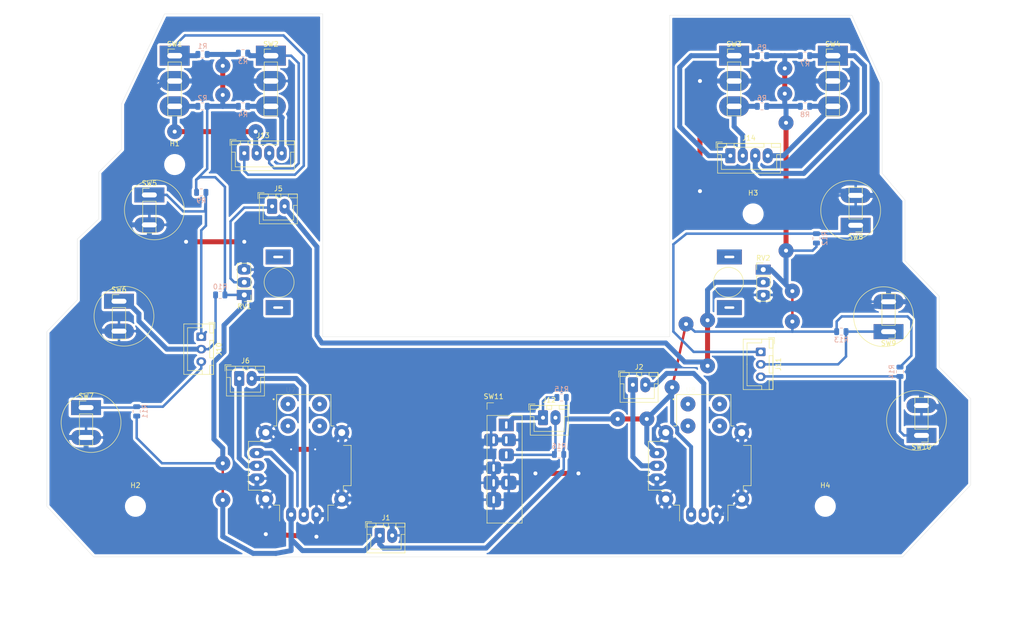
<source format=kicad_pcb>
(kicad_pcb (version 20171130) (host pcbnew 5.1.5)
  (layers (0 F.Cu signal) (31 B.Cu signal) (34 B.Paste user) (35 F.Paste user) (36 B.SilkS user) (37 F.SilkS user) (38 B.Mask user) (39 F.Mask user) (44 Edge.Cuts user))
  (net 0 "")
  (net 1 GND)
  (net 2 +5V)
  (net 3 A6)
  (net 4 "Net-(U7-PadB2A)")
  (net 5 "Net-(U7-PadB1A)")
  (net 6 "Net-(U8-PadB1A)")
  (net 7 "Net-(U8-PadB2A)")
  (net 8 P6)
  (net 9 P7)
  (net 10 "Net-(J2-Pad1)")
  (net 11 "Net-(J2-Pad2)")
  (net 12 "Net-(J6-Pad2)")
  (net 13 "Net-(J6-Pad1)")
  (net 14 "Net-(J10-Pad1)")
  (net 15 "Net-(J10-Pad2)")
  (net 16 "Net-(J10-Pad3)")
  (net 17 "Net-(J11-Pad3)")
  (net 18 "Net-(J11-Pad2)")
  (net 19 "Net-(J11-Pad1)")
  (net 20 "Net-(J13-Pad4)")
  (net 21 "Net-(J13-Pad3)")
  (net 22 "Net-(J13-Pad2)")
  (net 23 "Net-(J13-Pad1)")
  (net 24 "Net-(J14-Pad1)")
  (net 25 "Net-(J14-Pad2)")
  (net 26 "Net-(J14-Pad3)")
  (net 27 "Net-(J14-Pad4)")
  (net 28 A7)
  (module Remote:Switch_1x03_P5.08mm (layer F.Cu) (at 60.452 135.128)
    (fp_text reference SW1 (at 0 -2.33) (layer F.SilkS))
    (fp_text value SW_SPDT_MSM)
    (pad 3 thru_hole oval (at 0 10.16) (size 6 4) (drill oval 3 1.1) (layers *.Cu *.Mask) (net 22 "Net-(J13-Pad2)"))
    (pad 2 thru_hole oval (at 0 5.08) (size 6 4) (drill oval 3 1.1) (layers *.Cu *.Mask) (net 1 GND))
    (pad 1 thru_hole rect (at 0 0) (size 6 4) (drill oval 3 1.1) (layers *.Cu *.Mask) (net 23 "Net-(J13-Pad1)"))
  )
  (module Remote:Switch_1x03_P5.08mm (layer F.Cu) (at 79.756 135.128)
    (fp_text reference SW2 (at 0 -2.33) (layer F.SilkS))
    (fp_text value SW_SPDT_MSM)
    (pad 3 thru_hole oval (at 0 10.16) (size 6 4) (drill oval 3 1.1) (layers *.Cu *.Mask) (net 20 "Net-(J13-Pad4)"))
    (pad 2 thru_hole oval (at 0 5.08) (size 6 4) (drill oval 3 1.1) (layers *.Cu *.Mask) (net 1 GND))
    (pad 1 thru_hole rect (at 0 0) (size 6 4) (drill oval 3 1.1) (layers *.Cu *.Mask) (net 21 "Net-(J13-Pad3)"))
  )
  (module Remote:Switch_1x03_P5.08mm (layer F.Cu) (at 172.72 135.128)
    (fp_text reference SW3 (at 0 -2.33) (layer F.SilkS))
    (fp_text value SW_SPDT_MSM)
    (pad 3 thru_hole oval (at 0 10.16) (size 6 4) (drill oval 3 1.1) (layers *.Cu *.Mask) (net 25 "Net-(J14-Pad2)"))
    (pad 2 thru_hole oval (at 0 5.08) (size 6 4) (drill oval 3 1.1) (layers *.Cu *.Mask) (net 1 GND))
    (pad 1 thru_hole rect (at 0 0) (size 6 4) (drill oval 3 1.1) (layers *.Cu *.Mask) (net 24 "Net-(J14-Pad1)"))
  )
  (module Remote:Switch_1x03_P5.08mm (layer F.Cu) (at 192.532 135.128)
    (fp_text reference SW4 (at 0 -2.33) (layer F.SilkS))
    (fp_text value SW_SPDT_MSM)
    (pad 3 thru_hole oval (at 0 10.16) (size 6 4) (drill oval 3 1.1) (layers *.Cu *.Mask) (net 27 "Net-(J14-Pad4)"))
    (pad 2 thru_hole oval (at 0 5.08) (size 6 4) (drill oval 3 1.1) (layers *.Cu *.Mask) (net 1 GND))
    (pad 1 thru_hole rect (at 0 0) (size 6 4) (drill oval 3 1.1) (layers *.Cu *.Mask) (net 26 "Net-(J14-Pad3)"))
  )
  (module Remote:Switch_1x02_P6mm (layer F.Cu) (at 55.372 163.068)
    (fp_text reference SW5 (at 0 -2.33) (layer F.SilkS))
    (fp_text value SW_Push)
    (pad 2 thru_hole oval (at 0 6) (size 6 3) (drill oval 3 1) (layers *.Cu *.Mask) (net 1 GND))
    (pad 1 thru_hole rect (at 0 0) (size 6 3) (drill oval 3 1) (layers *.Cu *.Mask) (net 14 "Net-(J10-Pad1)"))
  )
  (module Remote:Switch_1x02_P6mm (layer F.Cu) (at 49.276 184.404)
    (fp_text reference SW6 (at 0 -2.33) (layer F.SilkS))
    (fp_text value SW_Push)
    (pad 2 thru_hole oval (at 0 6) (size 6 3) (drill oval 3 1) (layers *.Cu *.Mask) (net 1 GND))
    (pad 1 thru_hole rect (at 0 0) (size 6 3) (drill oval 3 1) (layers *.Cu *.Mask) (net 15 "Net-(J10-Pad2)"))
  )
  (module Remote:Switch_1x02_P6mm (layer F.Cu) (at 42.672 205.74)
    (fp_text reference SW7 (at 0 -2.33) (layer F.SilkS))
    (fp_text value SW_Push)
    (pad 2 thru_hole oval (at 0 6) (size 6 3) (drill oval 3 1) (layers *.Cu *.Mask) (net 1 GND))
    (pad 1 thru_hole rect (at 0 0) (size 6 3) (drill oval 3 1) (layers *.Cu *.Mask) (net 16 "Net-(J10-Pad3)"))
  )
  (module Remote:Switch_1x02_P6mm (layer F.Cu) (at 197.104 169.164 180)
    (fp_text reference SW8 (at 0 -2.33) (layer F.SilkS))
    (fp_text value SW_Push)
    (pad 2 thru_hole oval (at 0 6 180) (size 6 3) (drill oval 3 1) (layers *.Cu *.Mask) (net 1 GND))
    (pad 1 thru_hole rect (at 0 0 180) (size 6 3) (drill oval 3 1) (layers *.Cu *.Mask) (net 19 "Net-(J11-Pad1)"))
  )
  (module Remote:Switch_1x02_P6mm (layer F.Cu) (at 203.708 190.5 180)
    (fp_text reference SW9 (at 0 -2.33) (layer F.SilkS))
    (fp_text value SW_Push)
    (pad 2 thru_hole oval (at 0 6 180) (size 6 3) (drill oval 3 1) (layers *.Cu *.Mask) (net 1 GND))
    (pad 1 thru_hole rect (at 0 0 180) (size 6 3) (drill oval 3 1) (layers *.Cu *.Mask) (net 18 "Net-(J11-Pad2)"))
  )
  (module Remote:Switch_1x02_P6mm (layer F.Cu) (at 210.312 211.328 180)
    (fp_text reference SW10 (at 0 -2.33) (layer F.SilkS))
    (fp_text value SW_Push)
    (pad 2 thru_hole oval (at 0 6 180) (size 6 3) (drill oval 3 1) (layers *.Cu *.Mask) (net 1 GND))
    (pad 1 thru_hole rect (at 0 0 180) (size 6 3) (drill oval 3 1) (layers *.Cu *.Mask) (net 17 "Net-(J11-Pad3)"))
  )
  (module Remote:Switch_2x03_P3mm_Slide (layer F.Cu) (at 124.46 209.23)
    (fp_text reference SW11 (at 0 -5.715) (layer F.SilkS))
    (fp_text value SW_DP3T)
    (pad 8 thru_hole roundrect (at 0 15 90) (size 3 3) (drill oval 1.5 0.5) (layers *.Cu *.Mask) (net 1 GND))
    (pad 5 thru_hole roundrect (at 0 8.605 90) (size 2.5 3) (drill oval 1.5 0.5) (layers *.Cu *.Mask) (net 1 GND))
    (pad 6 thru_hole roundrect (at 0 11.605 90) (size 2.8 3) (drill oval 1.5 0.5 (offset 0 -0.5)) (layers *.Cu *.Mask) (net 1 GND))
    (pad 7 thru_hole roundrect (at 2.54 11.605 90) (size 2.8 3) (drill oval 1.5 0.5 (offset 0 0.5)) (layers *.Cu *.Mask) (net 1 GND))
    (pad 2 thru_hole roundrect (at 2.54 3 90) (size 2.5 2.8) (drill oval 1.5 0.5 (offset 0 0.5)) (layers *.Cu *.Mask) (net 1 GND))
    (pad 3 thru_hole roundrect (at 0 3 90) (size 2.5 2.8) (drill oval 1.5 0.5 (offset 0 -0.5)) (layers *.Cu *.Mask) (net 1 GND))
    (pad 4 thru_hole roundrect (at 2.54 6 90) (size 2.5 3) (drill oval 1.5 0.5) (layers *.Cu *.Mask) (net 9 P7))
    (pad 1 thru_hole rect (at 2.54 0 90) (size 2.5 3) (drill oval 1.5 0.5) (layers *.Cu *.Mask) (net 8 P6))
  )
  (module Resistor_SMD:R_0805_2012Metric (layer B.Cu) (at 66.04 134.874 180)
    (fp_text reference R1 (at 0 1.65) (layer B.SilkS) (effects (justify mirror)))
    (fp_text value 10k)
    (pad 1 smd roundrect (at -0.9375 0 180) (size 0.975 1.4) (layers B.Cu B.Paste B.Mask) (net 2 +5V))
    (pad 2 smd roundrect (at 0.9375 0 180) (size 0.975 1.4) (layers B.Cu B.Paste B.Mask) (net 23 "Net-(J13-Pad1)"))
  )
  (module Resistor_SMD:R_0805_2012Metric (layer B.Cu) (at 66.04 145.288 180)
    (fp_text reference R2 (at 0 1.65) (layer B.SilkS) (effects (justify mirror)))
    (fp_text value 10k)
    (pad 2 smd roundrect (at 0.9375 0 180) (size 0.975 1.4) (layers B.Cu B.Paste B.Mask) (net 22 "Net-(J13-Pad2)"))
    (pad 1 smd roundrect (at -0.9375 0 180) (size 0.975 1.4) (layers B.Cu B.Paste B.Mask) (net 2 +5V))
  )
  (module Resistor_SMD:R_0805_2012Metric (layer B.Cu) (at 74.168 134.62)
    (fp_text reference R3 (at 0 1.65) (layer B.SilkS) (effects (justify mirror)))
    (fp_text value 10k)
    (pad 1 smd roundrect (at -0.9375 0) (size 0.975 1.4) (layers B.Cu B.Paste B.Mask) (net 2 +5V))
    (pad 2 smd roundrect (at 0.9375 0) (size 0.975 1.4) (layers B.Cu B.Paste B.Mask) (net 21 "Net-(J13-Pad3)"))
  )
  (module Resistor_SMD:R_0805_2012Metric (layer B.Cu) (at 74.168 145.288)
    (fp_text reference R4 (at 0 1.65) (layer B.SilkS) (effects (justify mirror)))
    (fp_text value 10k)
    (pad 2 smd roundrect (at 0.9375 0) (size 0.975 1.4) (layers B.Cu B.Paste B.Mask) (net 20 "Net-(J13-Pad4)"))
    (pad 1 smd roundrect (at -0.9375 0) (size 0.975 1.4) (layers B.Cu B.Paste B.Mask) (net 2 +5V))
  )
  (module Resistor_SMD:R_0805_2012Metric (layer B.Cu) (at 178.308 135.128 180)
    (fp_text reference R5 (at 0 1.65) (layer B.SilkS) (effects (justify mirror)))
    (fp_text value 10k)
    (pad 1 smd roundrect (at -0.9375 0 180) (size 0.975 1.4) (layers B.Cu B.Paste B.Mask) (net 2 +5V))
    (pad 2 smd roundrect (at 0.9375 0 180) (size 0.975 1.4) (layers B.Cu B.Paste B.Mask) (net 24 "Net-(J14-Pad1)"))
  )
  (module Resistor_SMD:R_0805_2012Metric (layer B.Cu) (at 178.308 145.288 180)
    (fp_text reference R6 (at 0 1.65) (layer B.SilkS) (effects (justify mirror)))
    (fp_text value 10k)
    (pad 2 smd roundrect (at 0.9375 0 180) (size 0.975 1.4) (layers B.Cu B.Paste B.Mask) (net 25 "Net-(J14-Pad2)"))
    (pad 1 smd roundrect (at -0.9375 0 180) (size 0.975 1.4) (layers B.Cu B.Paste B.Mask) (net 2 +5V))
  )
  (module Resistor_SMD:R_0805_2012Metric (layer B.Cu) (at 186.944 135.128)
    (fp_text reference R7 (at 0 1.65) (layer B.SilkS) (effects (justify mirror)))
    (fp_text value 10k)
    (pad 1 smd roundrect (at -0.9375 0) (size 0.975 1.4) (layers B.Cu B.Paste B.Mask) (net 2 +5V))
    (pad 2 smd roundrect (at 0.9375 0) (size 0.975 1.4) (layers B.Cu B.Paste B.Mask) (net 26 "Net-(J14-Pad3)"))
  )
  (module Resistor_SMD:R_0805_2012Metric (layer B.Cu) (at 186.944 145.288)
    (fp_text reference R8 (at 0 1.65) (layer B.SilkS) (effects (justify mirror)))
    (fp_text value 10k)
    (pad 1 smd roundrect (at -0.9375 0) (size 0.975 1.4) (layers B.Cu B.Paste B.Mask) (net 2 +5V))
    (pad 2 smd roundrect (at 0.9375 0) (size 0.975 1.4) (layers B.Cu B.Paste B.Mask) (net 27 "Net-(J14-Pad4)"))
  )
  (module Resistor_SMD:R_0805_2012Metric (layer B.Cu) (at 65.786 162.56)
    (fp_text reference R9 (at 0 1.65) (layer B.SilkS) (effects (justify mirror)))
    (fp_text value 10K)
    (pad 2 smd roundrect (at 0.9375 0) (size 0.975 1.4) (layers B.Cu B.Paste B.Mask) (net 14 "Net-(J10-Pad1)"))
    (pad 1 smd roundrect (at -0.9375 0) (size 0.975 1.4) (layers B.Cu B.Paste B.Mask) (net 2 +5V))
  )
  (module Resistor_SMD:R_0805_2012Metric (layer B.Cu) (at 69.596 183.134 180)
    (fp_text reference R10 (at 0 1.65) (layer B.SilkS) (effects (justify mirror)))
    (fp_text value 10K)
    (pad 2 smd roundrect (at 0.9375 0 180) (size 0.975 1.4) (layers B.Cu B.Paste B.Mask) (net 15 "Net-(J10-Pad2)"))
    (pad 1 smd roundrect (at -0.9375 0 180) (size 0.975 1.4) (layers B.Cu B.Paste B.Mask) (net 2 +5V))
  )
  (module Resistor_SMD:R_0805_2012Metric (layer B.Cu) (at 52.832 206.502 90)
    (fp_text reference R11 (at 0 1.65 90) (layer B.SilkS) (effects (justify mirror)))
    (fp_text value 10K)
    (pad 2 smd roundrect (at 0.9375 0 90) (size 0.975 1.4) (layers B.Cu B.Paste B.Mask) (net 16 "Net-(J10-Pad3)"))
    (pad 1 smd roundrect (at -0.9375 0 90) (size 0.975 1.4) (layers B.Cu B.Paste B.Mask) (net 2 +5V))
  )
  (module Resistor_SMD:R_0805_2012Metric (layer B.Cu) (at 189.23 171.7825 90)
    (fp_text reference R12 (at 0 1.65 90) (layer B.SilkS) (effects (justify mirror)))
    (fp_text value 10K)
    (pad 1 smd roundrect (at -0.9375 0 90) (size 0.975 1.4) (layers B.Cu B.Paste B.Mask) (net 2 +5V))
    (pad 2 smd roundrect (at 0.9375 0 90) (size 0.975 1.4) (layers B.Cu B.Paste B.Mask) (net 19 "Net-(J11-Pad1)"))
  )
  (module MountingHole:MountingHole_3.2mm_M3 (layer F.Cu) (at 60.452 156.972)
    (fp_text reference H1 (at 0 -4.2) (layer F.SilkS))
    (fp_text value MountingHole)
    (pad 1 np_thru_hole circle (at 0 0) (size 3.2 3.2) (drill 3.2) (layers *.Cu *.Mask))
  )
  (module MountingHole:MountingHole_3.2mm_M3 (layer F.Cu) (at 52.578 225.552)
    (fp_text reference H2 (at 0 -4.2) (layer F.SilkS))
    (fp_text value MountingHole)
    (pad 1 np_thru_hole circle (at 0 0) (size 3.2 3.2) (drill 3.2) (layers *.Cu *.Mask))
  )
  (module MountingHole:MountingHole_3.2mm_M3 (layer F.Cu) (at 176.53 166.878)
    (fp_text reference H3 (at 0 -4.2) (layer F.SilkS))
    (fp_text value MountingHole)
    (pad 1 np_thru_hole circle (at 0 0) (size 3.2 3.2) (drill 3.2) (layers *.Cu *.Mask))
  )
  (module MountingHole:MountingHole_3.2mm_M3 (layer F.Cu) (at 191.008 225.552)
    (fp_text reference H4 (at 0 -4.2) (layer F.SilkS))
    (fp_text value MountingHole)
    (pad 1 np_thru_hole circle (at 0 0) (size 3.2 3.2) (drill 3.2) (layers *.Cu *.Mask))
  )
  (module Resistor_SMD:R_0805_2012Metric (layer B.Cu) (at 194.2315 190.5)
    (fp_text reference R13 (at 0 1.65) (layer B.SilkS) (effects (justify mirror)))
    (fp_text value 10k)
    (pad 2 smd roundrect (at 0.9375 0) (size 0.975 1.4) (layers B.Cu B.Paste B.Mask) (net 18 "Net-(J11-Pad2)"))
    (pad 1 smd roundrect (at -0.9375 0) (size 0.975 1.4) (layers B.Cu B.Paste B.Mask) (net 2 +5V))
  )
  (module Resistor_SMD:R_0805_2012Metric (layer B.Cu) (at 205.994 198.5495 270)
    (fp_text reference R14 (at 0 1.65 90) (layer B.SilkS) (effects (justify mirror)))
    (fp_text value 10k)
    (pad 1 smd roundrect (at -0.9375 0 270) (size 0.975 1.4) (layers B.Cu B.Paste B.Mask) (net 2 +5V))
    (pad 2 smd roundrect (at 0.9375 0 270) (size 0.975 1.4) (layers B.Cu B.Paste B.Mask) (net 17 "Net-(J11-Pad3)"))
  )
  (module Resistor_SMD:R_0805_2012Metric (layer B.Cu) (at 138.0975 203.708 180)
    (fp_text reference R15 (at 0 1.65) (layer B.SilkS) (effects (justify mirror)))
    (fp_text value 10k)
    (pad 2 smd roundrect (at 0.9375 0 180) (size 0.975 1.4) (layers B.Cu B.Paste B.Mask) (net 8 P6))
    (pad 1 smd roundrect (at -0.9375 0 180) (size 0.975 1.4) (layers B.Cu B.Paste B.Mask) (net 2 +5V))
  )
  (module Resistor_SMD:R_0805_2012Metric (layer B.Cu) (at 137.5895 215.138 180)
    (fp_text reference R16 (at 0 1.65) (layer B.SilkS) (effects (justify mirror)))
    (fp_text value 10k)
    (pad 1 smd roundrect (at -0.9375 0 180) (size 0.975 1.4) (layers B.Cu B.Paste B.Mask) (net 2 +5V))
    (pad 2 smd roundrect (at 0.9375 0 180) (size 0.975 1.4) (layers B.Cu B.Paste B.Mask) (net 9 P7))
  )
  (module Milling:JST_XH_B02B-XH-A_1x02_P2.50mm_Vertical_Milling (layer F.Cu) (at 152.4 201.168)
    (fp_text reference J2 (at 1.25 -3.55) (layer F.SilkS))
    (fp_text value Conn_01x02)
    (pad 2 thru_hole oval (at 2.5 0) (size 2 3) (drill 0.8) (layers *.Cu *.Mask) (net 11 "Net-(J2-Pad2)"))
    (pad 1 thru_hole roundrect (at 0 0) (size 2 3) (drill 0.8) (layers *.Cu *.Mask) (roundrect_rratio 0.147) (net 10 "Net-(J2-Pad1)"))
  )
  (module Milling:JST_XH_B02B-XH-A_1x02_P2.50mm_Vertical_Milling (layer F.Cu) (at 73.406 199.898)
    (fp_text reference J6 (at 1.25 -3.55) (layer F.SilkS))
    (fp_text value Conn_01x02)
    (pad 1 thru_hole roundrect (at 0 0) (size 2 3) (drill 0.8) (layers *.Cu *.Mask) (roundrect_rratio 0.147) (net 13 "Net-(J6-Pad1)"))
    (pad 2 thru_hole oval (at 2.5 0) (size 2 3) (drill 0.8) (layers *.Cu *.Mask) (net 12 "Net-(J6-Pad2)"))
  )
  (module Milling:JST_XH_B03B-XH-A_1x03_P2.50mm_Vertical_Milling (layer F.Cu) (at 65.786 191.516 270)
    (fp_text reference J10 (at 2.5 -3.55 90) (layer F.SilkS))
    (fp_text value Conn_01x03)
    (pad 3 thru_hole oval (at 5 0 270) (size 1.7 1.95) (drill 0.95) (layers *.Cu *.Mask) (net 16 "Net-(J10-Pad3)"))
    (pad 2 thru_hole oval (at 2.5 0 270) (size 1.7 1.95) (drill 0.95) (layers *.Cu *.Mask) (net 15 "Net-(J10-Pad2)"))
    (pad 1 thru_hole roundrect (at 0 0 270) (size 1.7 1.95) (drill 0.95) (layers *.Cu *.Mask) (roundrect_rratio 0.147059) (net 14 "Net-(J10-Pad1)"))
  )
  (module Milling:JST_XH_B03B-XH-A_1x03_P2.50mm_Vertical_Milling (layer F.Cu) (at 178.054 194.564 270)
    (fp_text reference J11 (at 2.5 -3.55 90) (layer F.SilkS))
    (fp_text value Conn_01x03)
    (pad 1 thru_hole roundrect (at 0 0 270) (size 1.7 1.95) (drill 0.95) (layers *.Cu *.Mask) (roundrect_rratio 0.147059) (net 19 "Net-(J11-Pad1)"))
    (pad 2 thru_hole oval (at 2.5 0 270) (size 1.7 1.95) (drill 0.95) (layers *.Cu *.Mask) (net 18 "Net-(J11-Pad2)"))
    (pad 3 thru_hole oval (at 5 0 270) (size 1.7 1.95) (drill 0.95) (layers *.Cu *.Mask) (net 17 "Net-(J11-Pad3)"))
  )
  (module Milling:JST_XH_B02B-XH-A_1x02_P2.50mm_Vertical_Milling (layer F.Cu) (at 134.366 207.772)
    (fp_text reference J12 (at 1.25 -3.55) (layer F.SilkS))
    (fp_text value Conn_01x02)
    (pad 1 thru_hole roundrect (at 0 0) (size 2 3) (drill 0.8) (layers *.Cu *.Mask) (roundrect_rratio 0.147) (net 8 P6))
    (pad 2 thru_hole oval (at 2.5 0) (size 2 3) (drill 0.8) (layers *.Cu *.Mask) (net 9 P7))
  )
  (module Milling:JST_XH_B04B-XH-A_1x04_P2.50mm_Vertical_Milling (layer F.Cu) (at 74.422 154.686)
    (fp_text reference J13 (at 3.75 -3.55) (layer F.SilkS))
    (fp_text value Conn_01x04)
    (pad 1 thru_hole roundrect (at 0 0) (size 2 3) (drill 0.8) (layers *.Cu *.Mask) (roundrect_rratio 0.147) (net 23 "Net-(J13-Pad1)"))
    (pad 2 thru_hole oval (at 2.5 0) (size 2 3) (drill 0.8) (layers *.Cu *.Mask) (net 22 "Net-(J13-Pad2)"))
    (pad 3 thru_hole oval (at 5 0) (size 2 3) (drill 0.8) (layers *.Cu *.Mask) (net 21 "Net-(J13-Pad3)"))
    (pad 4 thru_hole oval (at 7.5 0) (size 2 3) (drill 0.8) (layers *.Cu *.Mask) (net 20 "Net-(J13-Pad4)"))
  )
  (module Milling:JST_XH_B04B-XH-A_1x04_P2.50mm_Vertical_Milling (layer F.Cu) (at 171.958 155.194)
    (fp_text reference J14 (at 3.75 -3.55) (layer F.SilkS))
    (fp_text value Conn_01x04)
    (pad 4 thru_hole oval (at 7.5 0) (size 2 3) (drill 0.8) (layers *.Cu *.Mask) (net 27 "Net-(J14-Pad4)"))
    (pad 3 thru_hole oval (at 5 0) (size 2 3) (drill 0.8) (layers *.Cu *.Mask) (net 26 "Net-(J14-Pad3)"))
    (pad 2 thru_hole oval (at 2.5 0) (size 2 3) (drill 0.8) (layers *.Cu *.Mask) (net 25 "Net-(J14-Pad2)"))
    (pad 1 thru_hole roundrect (at 0 0) (size 2 3) (drill 0.8) (layers *.Cu *.Mask) (roundrect_rratio 0.147) (net 24 "Net-(J14-Pad1)"))
  )
  (module Remote:Potentiometer_6mm_axis_square (layer F.Cu) (at 74.422 183.134 180)
    (fp_text reference RV1 (at 0 -2.33) (layer F.SilkS))
    (fp_text value POT)
    (pad "" np_thru_hole rect (at -6.8 7.62 180) (size 5 3) (drill oval 2 0.5) (layers *.Cu *.Mask))
    (pad "" np_thru_hole rect (at -6.8 -2.54 180) (size 5 3) (drill oval 2 0.5) (layers *.Cu *.Mask))
    (pad 3 thru_hole oval (at 0 5.08 180) (size 3 2) (drill 1) (layers *.Cu *.Mask) (net 1 GND))
    (pad 2 thru_hole oval (at 0 2.54 180) (size 3 2) (drill 1) (layers *.Cu *.Mask) (net 28 A7))
    (pad 1 thru_hole rect (at 0 0 180) (size 3 2) (drill 1) (layers *.Cu *.Mask) (net 2 +5V))
  )
  (module Remote:Potentiometer_6mm_axis_square (layer F.Cu) (at 178.562 178.054)
    (fp_text reference RV2 (at 0 -2.33) (layer F.SilkS))
    (fp_text value POT)
    (pad 1 thru_hole rect (at 0 0) (size 3 2) (drill 1) (layers *.Cu *.Mask) (net 2 +5V))
    (pad 2 thru_hole oval (at 0 2.54) (size 3 2) (drill 1) (layers *.Cu *.Mask) (net 3 A6))
    (pad 3 thru_hole oval (at 0 5.08) (size 3 2) (drill 1) (layers *.Cu *.Mask) (net 1 GND))
    (pad "" np_thru_hole rect (at -6.8 -2.54) (size 5 3) (drill oval 2 0.5) (layers *.Cu *.Mask))
    (pad "" np_thru_hole rect (at -6.8 7.62) (size 5 3) (drill oval 2 0.5) (layers *.Cu *.Mask))
  )
  (module Milling:JST_XH_B02B-XH-A_1x02_P2.50mm_Vertical_Milling (layer F.Cu) (at 101.6 231.394)
    (fp_text reference J1 (at 1.25 -3.55) (layer F.SilkS))
    (fp_text value Conn_01x02)
    (pad 2 thru_hole oval (at 2.5 0) (size 2 3) (drill 0.8) (layers *.Cu *.Mask) (net 1 GND))
    (pad 1 thru_hole roundrect (at 0 0) (size 2 3) (drill 0.8) (layers *.Cu *.Mask) (roundrect_rratio 0.147) (net 2 +5V))
  )
  (module Milling:JST_XH_B02B-XH-A_1x02_P2.50mm_Vertical_Milling (layer F.Cu) (at 80.01 165.354)
    (fp_text reference J5 (at 1.25 -3.55) (layer F.SilkS))
    (fp_text value Conn_01x02)
    (pad 1 thru_hole roundrect (at 0 0) (size 2 3) (drill 0.8) (layers *.Cu *.Mask) (roundrect_rratio 0.147) (net 28 A7))
    (pad 2 thru_hole oval (at 2.5 0) (size 2 3) (drill 0.8) (layers *.Cu *.Mask) (net 3 A6))
  )
  (module Remote:AnalogJoystick_ALPS_10k (layer F.Cu) (at 86.36 217.424)
    (fp_text reference U7 (at -2.625 -15.235) (layer F.SilkS) (effects (font (thickness 0.015))))
    (fp_text value COM-09032)
    (pad V3 thru_hole oval (at -9.4 2.54) (size 3 2) (drill 0.9) (layers *.Cu *.Mask) (net 1 GND))
    (pad V2 thru_hole oval (at -9.4 0) (size 3 2) (drill 0.9) (layers *.Cu *.Mask) (net 13 "Net-(J6-Pad1)"))
    (pad V1 thru_hole oval (at -9.4 -2.54) (size 3 2) (drill 0.9) (layers *.Cu *.Mask) (net 2 +5V))
    (pad S4 thru_hole circle (at 7.62 -6.6675) (size 3 3) (drill 1.4) (layers *.Cu *.Mask) (net 1 GND))
    (pad S3 thru_hole circle (at 7.62 6.6675) (size 3 3) (drill 1.4) (layers *.Cu *.Mask) (net 1 GND))
    (pad S2 thru_hole circle (at -7.62 6.6675) (size 3 3) (drill 1.4) (layers *.Cu *.Mask) (net 1 GND))
    (pad S1 thru_hole circle (at -7.62 -6.6675) (size 3 3) (drill 1.4) (layers *.Cu *.Mask) (net 1 GND))
    (pad H3 thru_hole oval (at 2.54 9.8) (size 2 3) (drill 0.9) (layers *.Cu *.Mask) (net 1 GND))
    (pad H2 thru_hole oval (at 0 9.8) (size 2 3) (drill 0.9) (layers *.Cu *.Mask) (net 12 "Net-(J6-Pad2)"))
    (pad H1 thru_hole oval (at -2.54 9.8) (size 2 3) (drill 0.9) (layers *.Cu *.Mask) (net 2 +5V))
    (pad B2B thru_hole circle (at 3.175 -8) (size 3 3) (drill 0.8) (layers *.Cu *.Mask))
    (pad B2A thru_hole circle (at -3.175 -8) (size 3 3) (drill 0.8) (layers *.Cu *.Mask) (net 4 "Net-(U7-PadB2A)"))
    (pad B1B thru_hole circle (at 3.175 -12.4) (size 3 3) (drill 0.8) (layers *.Cu *.Mask))
    (pad B1A thru_hole circle (at -3.175 -12.4) (size 3 3) (drill 0.8) (layers *.Cu *.Mask) (net 5 "Net-(U7-PadB1A)"))
  )
  (module Remote:AnalogJoystick_ALPS_10k (layer F.Cu) (at 166.624 217.424)
    (fp_text reference U8 (at -2.625 -15.235) (layer F.SilkS) (effects (font (thickness 0.015))))
    (fp_text value COM-09032)
    (pad B1A thru_hole circle (at -3.175 -12.4) (size 3 3) (drill 0.8) (layers *.Cu *.Mask) (net 6 "Net-(U8-PadB1A)"))
    (pad B1B thru_hole circle (at 3.175 -12.4) (size 3 3) (drill 0.8) (layers *.Cu *.Mask))
    (pad B2A thru_hole circle (at -3.175 -8) (size 3 3) (drill 0.8) (layers *.Cu *.Mask) (net 7 "Net-(U8-PadB2A)"))
    (pad B2B thru_hole circle (at 3.175 -8) (size 3 3) (drill 0.8) (layers *.Cu *.Mask))
    (pad H1 thru_hole oval (at -2.54 9.8) (size 2 3) (drill 0.9) (layers *.Cu *.Mask) (net 2 +5V))
    (pad H2 thru_hole oval (at 0 9.8) (size 2 3) (drill 0.9) (layers *.Cu *.Mask) (net 11 "Net-(J2-Pad2)"))
    (pad H3 thru_hole oval (at 2.54 9.8) (size 2 3) (drill 0.9) (layers *.Cu *.Mask) (net 1 GND))
    (pad S1 thru_hole circle (at -7.62 -6.6675) (size 3 3) (drill 1.4) (layers *.Cu *.Mask) (net 1 GND))
    (pad S2 thru_hole circle (at -7.62 6.6675) (size 3 3) (drill 1.4) (layers *.Cu *.Mask) (net 1 GND))
    (pad S3 thru_hole circle (at 7.62 6.6675) (size 3 3) (drill 1.4) (layers *.Cu *.Mask) (net 1 GND))
    (pad S4 thru_hole circle (at 7.62 -6.6675) (size 3 3) (drill 1.4) (layers *.Cu *.Mask) (net 1 GND))
    (pad V1 thru_hole oval (at -9.4 -2.54) (size 3 2) (drill 0.9) (layers *.Cu *.Mask) (net 2 +5V))
    (pad V2 thru_hole oval (at -9.4 0) (size 3 2) (drill 0.9) (layers *.Cu *.Mask) (net 10 "Net-(J2-Pad1)"))
    (pad V3 thru_hole oval (at -9.4 2.54) (size 3 2) (drill 0.9) (layers *.Cu *.Mask) (net 1 GND))
  )
  (gr_line (start 159.766 191.516) (end 159.766 127) (layer Edge.Cuts) (width 0.05))
  (gr_line (start 90.17 191.516) (end 159.766 191.516) (layer Edge.Cuts) (width 0.05))
  (gr_line (start 90.17 126.746) (end 90.17 191.516) (layer Edge.Cuts) (width 0.05))
  (gr_line (start 58.42 126.746) (end 90.17 126.746) (layer Edge.Cuts) (width 0.05))
  (gr_line (start 49.784 144.78) (end 58.42 126.746) (layer Edge.Cuts) (width 0.05))
  (gr_line (start 49.784 153.924) (end 49.784 144.78) (layer Edge.Cuts) (width 0.05))
  (gr_line (start 45.212 158.496) (end 49.784 153.924) (layer Edge.Cuts) (width 0.05))
  (gr_line (start 45.212 167.894) (end 45.212 158.496) (layer Edge.Cuts) (width 0.05))
  (gr_line (start 40.894 171.958) (end 45.212 167.894) (layer Edge.Cuts) (width 0.05))
  (gr_line (start 40.894 184.15) (end 40.894 171.958) (layer Edge.Cuts) (width 0.05))
  (gr_line (start 34.798 190.5) (end 40.894 184.15) (layer Edge.Cuts) (width 0.05))
  (gr_line (start 34.798 225.552) (end 34.798 190.5) (layer Edge.Cuts) (width 0.05))
  (gr_line (start 44.196 235.712) (end 34.798 225.552) (layer Edge.Cuts) (width 0.05))
  (gr_line (start 206.502 235.712) (end 44.196 235.712) (layer Edge.Cuts) (width 0.05))
  (gr_line (start 220.218 221.234) (end 206.502 235.712) (layer Edge.Cuts) (width 0.05))
  (gr_line (start 220.218 203.962) (end 220.218 221.234) (layer Edge.Cuts) (width 0.05))
  (gr_line (start 213.868 197.612) (end 220.218 203.962) (layer Edge.Cuts) (width 0.05))
  (gr_line (start 213.868 183.388) (end 213.868 197.612) (layer Edge.Cuts) (width 0.05))
  (gr_line (start 207.01 176.276) (end 213.868 183.388) (layer Edge.Cuts) (width 0.05))
  (gr_line (start 207.01 164.084) (end 207.01 176.276) (layer Edge.Cuts) (width 0.05))
  (gr_line (start 202.438 158.75) (end 207.01 164.084) (layer Edge.Cuts) (width 0.05))
  (gr_line (start 202.438 140.462) (end 202.438 158.75) (layer Edge.Cuts) (width 0.05))
  (gr_line (start 196.342 127) (end 202.438 140.462) (layer Edge.Cuts) (width 0.05))
  (gr_line (start 159.766 127) (end 196.342 127) (layer Edge.Cuts) (width 0.05))
  (segment (start 45.276 190.404) (end 43.688 188.816) (width 1) (layer B.Cu) (net 1))
  (segment (start 49.276 190.404) (end 45.276 190.404) (width 1) (layer B.Cu) (net 1))
  (segment (start 43.688 188.816) (end 43.688 173.228) (width 1) (layer B.Cu) (net 1))
  (segment (start 47.848 169.068) (end 55.372 169.068) (width 1) (layer B.Cu) (net 1))
  (segment (start 43.688 173.228) (end 47.848 169.068) (width 1) (layer B.Cu) (net 1))
  (segment (start 74.942765 219.964) (end 76.2 219.964) (width 1) (layer B.Cu) (net 1))
  (segment (start 48.396 219.964) (end 74.942765 219.964) (width 1) (layer B.Cu) (net 1))
  (segment (start 42.672 214.24) (end 48.396 219.964) (width 1) (layer B.Cu) (net 1))
  (segment (start 42.672 211.74) (end 42.672 214.24) (width 1) (layer B.Cu) (net 1))
  (segment (start 93.98 224.0915) (end 93.98 210.7565) (width 1) (layer B.Cu) (net 1))
  (segment (start 210.312 202.828) (end 210.312 205.328) (width 1) (layer B.Cu) (net 1))
  (segment (start 207.708 184.5) (end 210.312 187.104) (width 1) (layer B.Cu) (net 1))
  (segment (start 210.312 187.104) (end 210.312 202.828) (width 1) (layer B.Cu) (net 1))
  (segment (start 203.708 184.5) (end 207.708 184.5) (width 1) (layer B.Cu) (net 1))
  (segment (start 203.708 165.768) (end 203.708 182) (width 1) (layer B.Cu) (net 1))
  (segment (start 201.104 163.164) (end 203.708 165.768) (width 1) (layer B.Cu) (net 1))
  (segment (start 203.708 182) (end 203.708 184.5) (width 1) (layer B.Cu) (net 1))
  (segment (start 197.104 163.164) (end 201.104 163.164) (width 1) (layer B.Cu) (net 1))
  (segment (start 172.6565 224.0915) (end 169.164 227.584) (width 1) (layer B.Cu) (net 1))
  (segment (start 174.244 224.0915) (end 172.6565 224.0915) (width 1) (layer B.Cu) (net 1))
  (segment (start 174.244 224.0915) (end 174.244 210.7565) (width 1) (layer B.Cu) (net 1))
  (segment (start 169.164 230.632) (end 169.164 227.584) (width 1) (layer B.Cu) (net 1))
  (segment (start 168.402 231.394) (end 169.164 230.632) (width 1) (layer B.Cu) (net 1))
  (segment (start 160.782 231.394) (end 168.402 231.394) (width 1) (layer B.Cu) (net 1))
  (segment (start 159.004 224.0915) (end 159.004 229.616) (width 1) (layer B.Cu) (net 1))
  (segment (start 159.004 229.616) (end 160.782 231.394) (width 1) (layer B.Cu) (net 1))
  (segment (start 60.452 140.208) (end 79.756 140.208) (width 1) (layer B.Cu) (net 1))
  (segment (start 192.532 140.208) (end 172.72 140.208) (width 1) (layer B.Cu) (net 1))
  (via (at 165.862 140.208) (size 3) (drill 0.8) (layers F.Cu B.Cu) (net 1))
  (segment (start 172.72 140.208) (end 165.862 140.208) (width 1) (layer B.Cu) (net 1))
  (via (at 165.862 162.306) (size 3) (drill 0.8) (layers F.Cu B.Cu) (net 1))
  (segment (start 165.862 140.208) (end 165.862 162.306) (width 1) (layer F.Cu) (net 1))
  (segment (start 196.246 162.306) (end 197.104 163.164) (width 1) (layer B.Cu) (net 1))
  (segment (start 165.862 162.306) (end 196.246 162.306) (width 1) (layer B.Cu) (net 1))
  (segment (start 160.02 211.7725) (end 159.004 210.7565) (width 1) (layer B.Cu) (net 1))
  (segment (start 160.02 218.948) (end 160.02 211.7725) (width 1) (layer B.Cu) (net 1))
  (segment (start 156.464 219.964) (end 159.004 219.964) (width 1) (layer B.Cu) (net 1))
  (segment (start 159.004 219.964) (end 160.02 218.948) (width 1) (layer B.Cu) (net 1))
  (segment (start 178.562 185.134) (end 178.562 183.134) (width 1) (layer B.Cu) (net 1))
  (segment (start 202.788 185.42) (end 178.848 185.42) (width 1) (layer B.Cu) (net 1))
  (segment (start 178.848 185.42) (end 178.562 185.134) (width 1) (layer B.Cu) (net 1))
  (segment (start 203.708 184.5) (end 202.788 185.42) (width 1) (layer B.Cu) (net 1))
  (segment (start 58.33068 140.208) (end 52.832 145.70668) (width 1) (layer B.Cu) (net 1))
  (segment (start 60.452 140.208) (end 58.33068 140.208) (width 1) (layer B.Cu) (net 1))
  (segment (start 52.832 145.70668) (end 52.832 154.686) (width 1) (layer B.Cu) (net 1))
  (segment (start 47.848 159.67) (end 47.848 169.068) (width 1) (layer B.Cu) (net 1))
  (segment (start 52.832 154.686) (end 47.848 159.67) (width 1) (layer B.Cu) (net 1))
  (via (at 74.422 172.466) (size 3) (drill 0.8) (layers F.Cu B.Cu) (net 1))
  (segment (start 74.422 178.054) (end 74.422 172.466) (width 1) (layer B.Cu) (net 1))
  (via (at 62.738 172.466) (size 3) (drill 0.8) (layers F.Cu B.Cu) (net 1))
  (segment (start 74.422 172.466) (end 62.738 172.466) (width 1) (layer F.Cu) (net 1))
  (segment (start 55.372 171.568) (end 55.372 169.068) (width 1) (layer B.Cu) (net 1))
  (segment (start 56.27 172.466) (end 55.372 171.568) (width 1) (layer B.Cu) (net 1))
  (segment (start 62.738 172.466) (end 56.27 172.466) (width 1) (layer B.Cu) (net 1))
  (via (at 83.82 214.122) (size 0.8) (drill 0.4) (layers F.Cu B.Cu) (net 1))
  (segment (start 78.74 210.7565) (end 80.4545 210.7565) (width 1) (layer B.Cu) (net 1))
  (segment (start 80.4545 210.7565) (end 83.82 214.122) (width 1) (layer B.Cu) (net 1))
  (via (at 88.646 214.122) (size 0.8) (drill 0.4) (layers F.Cu B.Cu) (net 1))
  (segment (start 83.82 214.122) (end 88.646 214.122) (width 1) (layer F.Cu) (net 1))
  (segment (start 90.6145 214.122) (end 93.98 210.7565) (width 1) (layer B.Cu) (net 1))
  (segment (start 88.646 214.122) (end 90.6145 214.122) (width 1) (layer B.Cu) (net 1))
  (segment (start 124.46 212.23) (end 127 212.23) (width 1) (layer B.Cu) (net 1))
  (segment (start 124.46 217.835) (end 124.46 220.835) (width 1) (layer B.Cu) (net 1))
  (segment (start 124.46 220.835) (end 127 220.835) (width 1) (layer B.Cu) (net 1))
  (segment (start 124.46 220.835) (end 124.46 224.23) (width 1) (layer B.Cu) (net 1))
  (segment (start 121.92 217.795) (end 121.96 217.835) (width 1) (layer B.Cu) (net 1))
  (segment (start 124.46 212.23) (end 123.045787 212.23) (width 1) (layer B.Cu) (net 1))
  (segment (start 123.045787 212.23) (end 122.936 212.339787) (width 1) (layer B.Cu) (net 1))
  (segment (start 122.936 212.339787) (end 122.936 212.344) (width 1) (layer B.Cu) (net 1))
  (segment (start 122.936 212.344) (end 121.92 213.36) (width 1) (layer B.Cu) (net 1))
  (segment (start 121.96 217.835) (end 124.46 217.835) (width 1) (layer B.Cu) (net 1))
  (segment (start 121.92 213.36) (end 121.92 217.795) (width 1) (layer B.Cu) (net 1))
  (via (at 132.842 218.948) (size 3) (drill 0.8) (layers F.Cu B.Cu) (net 1))
  (segment (start 127 220.835) (end 130.955 220.835) (width 1) (layer B.Cu) (net 1))
  (segment (start 130.955 220.835) (end 132.842 218.948) (width 1) (layer B.Cu) (net 1))
  (via (at 141.478 218.948) (size 3) (drill 0.8) (layers F.Cu B.Cu) (net 1))
  (segment (start 132.842 218.948) (end 141.478 218.948) (width 1) (layer F.Cu) (net 1))
  (segment (start 141.478 218.948) (end 149.606 218.948) (width 1) (layer B.Cu) (net 1))
  (segment (start 150.622 219.964) (end 156.464 219.964) (width 1) (layer B.Cu) (net 1))
  (segment (start 149.606 218.948) (end 150.622 219.964) (width 1) (layer B.Cu) (net 1))
  (segment (start 78.74 231.14) (end 78.74 224.0915) (width 1) (layer B.Cu) (net 1))
  (via (at 78.74 231.14) (size 3) (drill 0.8) (layers F.Cu B.Cu) (net 1))
  (segment (start 38.1 197.866) (end 38.45 190.404) (width 1) (layer B.Cu) (net 1))
  (segment (start 38.1 207.524454) (end 38.1 197.866) (width 1) (layer B.Cu) (net 1))
  (segment (start 42.672 211.74) (end 38.672 211.74) (width 1) (layer B.Cu) (net 1))
  (segment (start 38.45 190.404) (end 49.276 190.404) (width 1) (layer B.Cu) (net 1))
  (segment (start 38.672 211.74) (end 38.1 207.524454) (width 1) (layer B.Cu) (net 1))
  (segment (start 210.312 205.328) (end 210.408 205.328) (width 1) (layer B.Cu) (net 1))
  (segment (start 210.408 205.328) (end 210.566 205.486) (width 1) (layer B.Cu) (net 1))
  (segment (start 210.566 205.486) (end 213.36 205.486) (width 1) (layer B.Cu) (net 1))
  (segment (start 213.36 205.486) (end 215.646 207.772) (width 1) (layer B.Cu) (net 1))
  (segment (start 215.646 207.772) (end 215.646 213.106) (width 1) (layer B.Cu) (net 1))
  (segment (start 215.646 213.106) (end 213.106 215.646) (width 1) (layer B.Cu) (net 1))
  (segment (start 213.106 215.646) (end 204.724 215.646) (width 1) (layer B.Cu) (net 1))
  (segment (start 204.724 215.646) (end 200.406 211.328) (width 1) (layer B.Cu) (net 1))
  (segment (start 200.406 211.328) (end 200.406 207.518) (width 1) (layer B.Cu) (net 1))
  (segment (start 200.406 207.518) (end 197.612 204.724) (width 1) (layer B.Cu) (net 1))
  (segment (start 180.2765 204.724) (end 174.244 210.7565) (width 1) (layer B.Cu) (net 1))
  (segment (start 197.612 204.724) (end 180.2765 204.724) (width 1) (layer B.Cu) (net 1))
  (via (at 88.9 231.648) (size 3) (drill 0.8) (layers F.Cu B.Cu) (net 1))
  (segment (start 88.9 227.584) (end 88.9 231.648) (width 1) (layer B.Cu) (net 1))
  (segment (start 88.9 231.648) (end 78.74 231.14) (width 1) (layer F.Cu) (net 1))
  (segment (start 93.98 224.0915) (end 102.1715 224.0915) (width 1) (layer B.Cu) (net 1))
  (segment (start 104.1 226.02) (end 104.1 231.394) (width 1) (layer B.Cu) (net 1))
  (segment (start 102.1715 224.0915) (end 104.1 226.02) (width 1) (layer B.Cu) (net 1))
  (segment (start 112.285 217.835) (end 104.1 226.02) (width 1) (layer B.Cu) (net 1))
  (segment (start 124.46 217.835) (end 112.285 217.835) (width 1) (layer B.Cu) (net 1))
  (segment (start 157.224 222.3115) (end 159.004 224.0915) (width 1) (layer B.Cu) (net 1))
  (segment (start 157.224 219.964) (end 157.224 222.3115) (width 1) (layer B.Cu) (net 1))
  (segment (start 76.96 222.3115) (end 78.74 224.0915) (width 1) (layer B.Cu) (net 1))
  (segment (start 76.96 219.964) (end 76.96 222.3115) (width 1) (layer B.Cu) (net 1))
  (segment (start 90.8475 227.224) (end 93.98 224.0915) (width 1) (layer B.Cu) (net 1))
  (segment (start 88.9 227.224) (end 90.8475 227.224) (width 1) (layer B.Cu) (net 1))
  (segment (start 179.2455 135.128) (end 182.118 135.128) (width 1) (layer B.Cu) (net 2))
  (segment (start 193.294 188.468) (end 194.31 187.452) (width 0.5) (layer B.Cu) (net 2))
  (segment (start 207.518 187.452) (end 208.28 188.214) (width 0.5) (layer B.Cu) (net 2))
  (segment (start 208.28 195.326) (end 205.994 197.612) (width 0.5) (layer B.Cu) (net 2))
  (segment (start 193.294 190.5) (end 193.294 188.468) (width 0.5) (layer B.Cu) (net 2))
  (segment (start 194.31 187.452) (end 207.518 187.452) (width 0.5) (layer B.Cu) (net 2))
  (segment (start 208.28 188.214) (end 208.28 195.326) (width 0.5) (layer B.Cu) (net 2))
  (via (at 160.274 201.676) (size 3) (drill 0.8) (layers F.Cu B.Cu) (net 2))
  (segment (start 159.766 202.184) (end 160.274 201.676) (width 0.5) (layer B.Cu) (net 2))
  (via (at 184.404 182.372) (size 3) (drill 0.8) (layers F.Cu B.Cu) (net 2))
  (segment (start 184.3835 182.3515) (end 184.404 182.372) (width 0.5) (layer B.Cu) (net 2))
  (segment (start 184.404 182.372) (end 184.404 188.468) (width 0.5) (layer F.Cu) (net 2))
  (via (at 184.404 188.468) (size 3) (drill 0.8) (layers F.Cu B.Cu) (net 2))
  (segment (start 193.294 190.5) (end 184.404 190.5) (width 0.5) (layer B.Cu) (net 2))
  (segment (start 184.404 188.468) (end 184.404 190.5) (width 0.5) (layer B.Cu) (net 2))
  (segment (start 183.134 145.288) (end 183.134 148.59) (width 1) (layer B.Cu) (net 2))
  (via (at 183.134 148.59) (size 3) (drill 0.8) (layers F.Cu B.Cu) (net 2))
  (segment (start 183.134 145.288) (end 186.0065 145.288) (width 1) (layer B.Cu) (net 2))
  (segment (start 179.2455 145.288) (end 183.134 145.288) (width 1) (layer B.Cu) (net 2))
  (via (at 183.134 174.244) (size 3) (drill 0.8) (layers F.Cu B.Cu) (net 2))
  (segment (start 183.134 148.59) (end 183.134 174.244) (width 1) (layer F.Cu) (net 2))
  (segment (start 183.134 181.102) (end 184.404 182.372) (width 1) (layer B.Cu) (net 2))
  (segment (start 183.134 174.244) (end 183.134 181.102) (width 1) (layer B.Cu) (net 2))
  (segment (start 70.5335 183.134) (end 74.422 183.134) (width 0.5) (layer B.Cu) (net 2))
  (segment (start 64.8485 161.86) (end 64.77 161.7815) (width 0.5) (layer B.Cu) (net 2))
  (segment (start 64.8485 162.56) (end 64.8485 161.86) (width 0.5) (layer B.Cu) (net 2))
  (segment (start 64.77 161.7815) (end 64.77 160.274) (width 0.5) (layer B.Cu) (net 2))
  (segment (start 65.532 159.512) (end 68.58 159.512) (width 0.5) (layer B.Cu) (net 2))
  (segment (start 70.5335 161.4655) (end 70.5335 183.134) (width 0.5) (layer B.Cu) (net 2))
  (segment (start 68.58 159.512) (end 70.5335 161.4655) (width 0.5) (layer B.Cu) (net 2))
  (segment (start 73.2305 134.62) (end 72.9765 134.874) (width 0.5) (layer B.Cu) (net 2))
  (segment (start 66.9775 157.8125) (end 64.77 160.02) (width 0.5) (layer B.Cu) (net 2))
  (segment (start 66.9775 145.288) (end 66.9775 157.8125) (width 0.5) (layer B.Cu) (net 2))
  (segment (start 64.77 160.274) (end 64.77 160.02) (width 0.5) (layer B.Cu) (net 2))
  (segment (start 64.77 160.02) (end 65.532 159.512) (width 0.5) (layer B.Cu) (net 2))
  (segment (start 76.2 214.884) (end 79.756 214.884) (width 1) (layer B.Cu) (net 2))
  (segment (start 83.82 218.948) (end 83.82 227.584) (width 1) (layer B.Cu) (net 2))
  (segment (start 79.756 214.884) (end 83.82 218.948) (width 1) (layer B.Cu) (net 2))
  (segment (start 52.832 207.4395) (end 52.832 211.836) (width 0.5) (layer B.Cu) (net 2))
  (segment (start 52.832 211.836) (end 57.912 216.916) (width 0.5) (layer B.Cu) (net 2))
  (via (at 70.104 216.916) (size 3) (drill 0.8) (layers F.Cu B.Cu) (net 2))
  (segment (start 57.912 216.916) (end 70.104 216.916) (width 0.5) (layer B.Cu) (net 2))
  (via (at 70.104 224.282) (size 3) (drill 0.8) (layers F.Cu B.Cu) (net 2))
  (segment (start 70.104 216.916) (end 70.104 224.282) (width 0.5) (layer F.Cu) (net 2))
  (segment (start 74.422 185.134) (end 70.358 189.198) (width 1) (layer B.Cu) (net 2))
  (segment (start 74.422 183.134) (end 74.422 185.134) (width 1) (layer B.Cu) (net 2))
  (segment (start 70.358 189.198) (end 70.358 194.564) (width 1) (layer B.Cu) (net 2))
  (segment (start 70.358 194.564) (end 68.326 196.596) (width 1) (layer B.Cu) (net 2))
  (segment (start 68.326 196.596) (end 68.326 212.09) (width 1) (layer B.Cu) (net 2))
  (segment (start 70.104 213.868) (end 70.104 216.916) (width 1) (layer B.Cu) (net 2))
  (segment (start 68.326 212.09) (end 70.104 213.868) (width 1) (layer B.Cu) (net 2))
  (segment (start 138.527 218.089) (end 138.527 215.138) (width 0.5) (layer B.Cu) (net 2))
  (segment (start 180.086 178.054) (end 184.404 182.372) (width 1) (layer B.Cu) (net 2))
  (segment (start 178.562 178.054) (end 180.086 178.054) (width 1) (layer B.Cu) (net 2))
  (segment (start 183.134 174.244) (end 188.468 174.244) (width 0.5) (layer B.Cu) (net 2))
  (segment (start 189.23 173.482) (end 189.23 172.72) (width 0.5) (layer B.Cu) (net 2))
  (segment (start 188.468 174.244) (end 189.23 173.482) (width 0.5) (layer B.Cu) (net 2))
  (via (at 155.194 208.026) (size 3) (drill 0.8) (layers F.Cu B.Cu) (net 2))
  (via (at 149.352 208.026) (size 3) (drill 0.8) (layers F.Cu B.Cu) (net 2))
  (segment (start 155.194 208.026) (end 149.352 208.026) (width 1) (layer F.Cu) (net 2))
  (segment (start 149.352 208.026) (end 139.192 208.026) (width 1) (layer B.Cu) (net 2))
  (segment (start 139.035 203.708) (end 138.949161 208.026) (width 0.5) (layer B.Cu) (net 2))
  (segment (start 138.43 215.138) (end 138.527 215.138) (width 0.5) (layer B.Cu) (net 2))
  (segment (start 138.938 208.026) (end 138.43 215.138) (width 0.5) (layer B.Cu) (net 2))
  (segment (start 80.772 235) (end 83.82 234.442) (width 1) (layer B.Cu) (net 2))
  (segment (start 76.2 235) (end 80.772 235) (width 1) (layer B.Cu) (net 2))
  (segment (start 70.104 224.282) (end 70.104 231.648) (width 1) (layer B.Cu) (net 2))
  (segment (start 70.104 231.648) (end 76.2 235) (width 1) (layer B.Cu) (net 2))
  (segment (start 181.102 190.5) (end 184.404 190.5) (width 0.5) (layer B.Cu) (net 2))
  (segment (start 164.846 190.5) (end 181.102 190.5) (width 0.5) (layer B.Cu) (net 2))
  (segment (start 163.068 188.976) (end 164.846 190.5) (width 0.5) (layer B.Cu) (net 2))
  (via (at 163.068 188.976) (size 3) (drill 0.8) (layers F.Cu B.Cu) (net 2))
  (segment (start 160.274 201.676) (end 163.068 188.976) (width 0.5) (layer F.Cu) (net 2))
  (segment (start 101.6 231.394) (end 101.6 232.41) (width 1) (layer B.Cu) (net 2))
  (segment (start 83.82 232.41) (end 83.82 234.442) (width 1) (layer B.Cu) (net 2))
  (segment (start 83.82 227.584) (end 83.82 232.41) (width 1) (layer B.Cu) (net 2))
  (segment (start 83.82 227.584) (end 83.82 232.156) (width 1) (layer B.Cu) (net 2))
  (segment (start 83.82 232.156) (end 86.106 234.442) (width 1) (layer B.Cu) (net 2))
  (segment (start 98.552 234.442) (end 101.6 231.394) (width 1) (layer B.Cu) (net 2))
  (segment (start 86.106 234.442) (end 98.552 234.442) (width 1) (layer B.Cu) (net 2))
  (segment (start 101.6 231.394) (end 101.6 233.172) (width 1) (layer B.Cu) (net 2))
  (segment (start 101.6 233.172) (end 102.362 233.934) (width 1) (layer B.Cu) (net 2))
  (segment (start 122.936 233.934) (end 138.176 218.694) (width 1) (layer B.Cu) (net 2))
  (segment (start 102.362 233.934) (end 122.936 233.934) (width 1) (layer B.Cu) (net 2))
  (segment (start 128.016 228.6) (end 138.176 218.694) (width 0.5) (layer B.Cu) (net 2))
  (segment (start 138.176 218.694) (end 138.527 218.089) (width 0.5) (layer B.Cu) (net 2))
  (segment (start 160.274 202.946) (end 155.194 208.026) (width 1) (layer B.Cu) (net 2))
  (segment (start 160.274 201.676) (end 160.274 202.946) (width 1) (layer B.Cu) (net 2))
  (segment (start 155.194 212.854) (end 157.224 214.884) (width 1) (layer B.Cu) (net 2))
  (segment (start 155.194 208.026) (end 155.194 212.854) (width 1) (layer B.Cu) (net 2))
  (segment (start 164.084 227.224) (end 164.084 213.614) (width 0.8) (layer B.Cu) (net 2))
  (segment (start 164.084 213.614) (end 161.29 210.82) (width 0.8) (layer B.Cu) (net 2))
  (segment (start 161.29 210.82) (end 161.29 209.804) (width 0.8) (layer B.Cu) (net 2))
  (segment (start 160.274 208.788) (end 161.29 209.804) (width 0.8) (layer B.Cu) (net 2))
  (segment (start 160.274 201.676) (end 160.274 208.788) (width 0.8) (layer B.Cu) (net 2))
  (via (at 70.104 137.16) (size 3) (drill 0.8) (layers F.Cu B.Cu) (net 2))
  (segment (start 70.104 134.874) (end 70.104 137.16) (width 1) (layer B.Cu) (net 2))
  (segment (start 70.104 134.874) (end 72.9765 134.874) (width 1) (layer B.Cu) (net 2))
  (segment (start 66.9775 134.874) (end 70.104 134.874) (width 1) (layer B.Cu) (net 2))
  (via (at 70.104 143.002) (size 3) (drill 0.8) (layers F.Cu B.Cu) (net 2))
  (segment (start 70.104 137.16) (end 70.104 143.002) (width 1) (layer F.Cu) (net 2))
  (segment (start 70.104 143.002) (end 70.104 145.288) (width 1) (layer B.Cu) (net 2))
  (segment (start 66.9775 145.288) (end 70.104 145.288) (width 1) (layer B.Cu) (net 2))
  (segment (start 70.104 145.288) (end 73.2305 145.288) (width 1) (layer B.Cu) (net 2))
  (via (at 182.88 137.668) (size 3) (drill 0.8) (layers F.Cu B.Cu) (net 2))
  (segment (start 182.88 135.128) (end 182.88 137.668) (width 1) (layer B.Cu) (net 2))
  (segment (start 182.88 135.128) (end 186.0065 135.128) (width 1) (layer B.Cu) (net 2))
  (segment (start 182.118 135.128) (end 182.88 135.128) (width 1) (layer B.Cu) (net 2))
  (via (at 182.88 142.748) (size 3) (drill 0.8) (layers F.Cu B.Cu) (net 2))
  (segment (start 182.88 137.668) (end 182.88 142.748) (width 1) (layer F.Cu) (net 2))
  (segment (start 182.88 145.034) (end 183.134 145.288) (width 1) (layer B.Cu) (net 2))
  (segment (start 182.88 142.748) (end 182.88 145.034) (width 1) (layer B.Cu) (net 2))
  (segment (start 82.724 165.608) (end 82.724 165.782) (width 1) (layer B.Cu) (net 3))
  (segment (start 82.724 165.782) (end 89 173.482) (width 1) (layer B.Cu) (net 3))
  (segment (start 89 173.482) (end 89 191.008) (width 1) (layer B.Cu) (net 3))
  (segment (start 89 191.262) (end 90 192.786) (width 1) (layer B.Cu) (net 3))
  (segment (start 90 192.786) (end 159.004 192.786) (width 1) (layer B.Cu) (net 3))
  (segment (start 159.004 192.786) (end 162.814 196.596) (width 1) (layer B.Cu) (net 3))
  (via (at 167.386 197.358) (size 3) (drill 0.8) (layers F.Cu B.Cu) (net 3))
  (segment (start 162.814 196.596) (end 166.624 196.596) (width 1) (layer B.Cu) (net 3))
  (segment (start 166.624 196.596) (end 167.386 197.358) (width 1) (layer B.Cu) (net 3))
  (via (at 167.386 188.214) (size 3) (drill 0.8) (layers F.Cu B.Cu) (net 3))
  (segment (start 167.386 197.358) (end 167.386 188.214) (width 1) (layer F.Cu) (net 3))
  (segment (start 167.386 188.214) (end 167.386 182.118) (width 1) (layer B.Cu) (net 3))
  (segment (start 168.91 180.594) (end 178.562 180.594) (width 1) (layer B.Cu) (net 3))
  (segment (start 167.386 182.118) (end 168.91 180.594) (width 1) (layer B.Cu) (net 3))
  (segment (start 128.458 207.772) (end 127 209.23) (width 1) (layer B.Cu) (net 8))
  (segment (start 134.366 207.772) (end 128.458 207.772) (width 1) (layer B.Cu) (net 8))
  (segment (start 134.366 204.47) (end 134.366 207.772) (width 0.5) (layer B.Cu) (net 8))
  (segment (start 137.16 203.708) (end 135.128 203.708) (width 0.5) (layer B.Cu) (net 8))
  (segment (start 135.128 203.708) (end 134.366 204.47) (width 0.5) (layer B.Cu) (net 8))
  (segment (start 136.866 214.924) (end 136.652 215.138) (width 0.5) (layer B.Cu) (net 9))
  (segment (start 136.866 207.772) (end 136.866 214.924) (width 0.5) (layer B.Cu) (net 9))
  (segment (start 136.56 215.23) (end 136.652 215.138) (width 0.5) (layer B.Cu) (net 9))
  (segment (start 127 215.23) (end 136.56 215.23) (width 0.5) (layer B.Cu) (net 9))
  (segment (start 152.4 215.646) (end 152.4 201.168) (width 1) (layer B.Cu) (net 10))
  (segment (start 156.464 217.424) (end 154.178 217.424) (width 1) (layer B.Cu) (net 10))
  (segment (start 154.178 217.424) (end 152.4 215.646) (width 1) (layer B.Cu) (net 10))
  (segment (start 156.9 201.168) (end 159.186 198.882) (width 1) (layer B.Cu) (net 11))
  (segment (start 154.9 201.168) (end 156.9 201.168) (width 1) (layer B.Cu) (net 11))
  (segment (start 159.186 198.882) (end 164.592 198.882) (width 1) (layer B.Cu) (net 11))
  (segment (start 166.624 200.914) (end 166.624 227.584) (width 1) (layer B.Cu) (net 11))
  (segment (start 164.592 198.882) (end 166.624 200.914) (width 1) (layer B.Cu) (net 11))
  (segment (start 75.906 199.898) (end 84.836 199.898) (width 1) (layer B.Cu) (net 12))
  (segment (start 86.36 201.422) (end 86.36 227.584) (width 1) (layer B.Cu) (net 12))
  (segment (start 84.836 199.898) (end 86.36 201.422) (width 1) (layer B.Cu) (net 12))
  (segment (start 74.942765 217.424) (end 73.406 215.887235) (width 1) (layer B.Cu) (net 13))
  (segment (start 76.2 217.424) (end 74.942765 217.424) (width 1) (layer B.Cu) (net 13))
  (segment (start 73.406 215.887235) (end 73.406 199.898) (width 1) (layer B.Cu) (net 13))
  (segment (start 66.7235 190.5785) (end 65.786 191.516) (width 0.5) (layer B.Cu) (net 14))
  (segment (start 58.872 163.068) (end 62.174 166.37) (width 0.5) (layer B.Cu) (net 14))
  (segment (start 55.372 163.068) (end 58.872 163.068) (width 0.5) (layer B.Cu) (net 14))
  (segment (start 62.174 166.37) (end 66.548 166.37) (width 0.5) (layer B.Cu) (net 14))
  (segment (start 66.7235 162.56) (end 66.548 166.37) (width 0.5) (layer B.Cu) (net 14))
  (segment (start 65.786 191.516) (end 65.786 170.18) (width 0.5) (layer B.Cu) (net 14))
  (segment (start 66.7235 169.2425) (end 66.7235 162.56) (width 0.5) (layer B.Cu) (net 14))
  (segment (start 65.786 170.18) (end 66.7235 169.2425) (width 0.5) (layer B.Cu) (net 14))
  (segment (start 68.6585 192.6185) (end 67.261 194.016) (width 0.5) (layer B.Cu) (net 15))
  (segment (start 67.261 194.016) (end 65.786 194.016) (width 0.5) (layer B.Cu) (net 15))
  (segment (start 68.6585 183.134) (end 68.6585 192.6185) (width 0.5) (layer B.Cu) (net 15))
  (segment (start 50.776 184.404) (end 49.276 184.404) (width 1) (layer B.Cu) (net 15))
  (segment (start 53.276 188.404) (end 53.276 186.904) (width 1) (layer B.Cu) (net 15))
  (segment (start 58.888 194.016) (end 53.276 188.404) (width 1) (layer B.Cu) (net 15))
  (segment (start 53.276 186.904) (end 50.776 184.404) (width 1) (layer B.Cu) (net 15))
  (segment (start 65.786 194.016) (end 58.888 194.016) (width 1) (layer B.Cu) (net 15))
  (segment (start 52.6565 205.74) (end 52.832 205.5645) (width 0.5) (layer B.Cu) (net 16))
  (segment (start 42.672 205.74) (end 52.6565 205.74) (width 0.5) (layer B.Cu) (net 16))
  (segment (start 65.786 197.866) (end 65.786 196.516) (width 0.5) (layer B.Cu) (net 16))
  (segment (start 58.0875 205.5645) (end 65.786 197.866) (width 0.5) (layer B.Cu) (net 16))
  (segment (start 52.832 205.5645) (end 58.0875 205.5645) (width 0.5) (layer B.Cu) (net 16))
  (segment (start 206.812 211.328) (end 210.312 211.328) (width 0.5) (layer B.Cu) (net 17))
  (segment (start 205.994 210.51) (end 206.812 211.328) (width 0.5) (layer B.Cu) (net 17))
  (segment (start 205.994 199.487) (end 205.994 210.51) (width 0.5) (layer B.Cu) (net 17))
  (segment (start 178.131 199.487) (end 178.054 199.564) (width 0.5) (layer B.Cu) (net 17))
  (segment (start 205.994 199.487) (end 178.131 199.487) (width 0.5) (layer B.Cu) (net 17))
  (segment (start 195.169 190.5) (end 203.708 190.5) (width 0.5) (layer B.Cu) (net 18))
  (segment (start 178.054 197.064) (end 193.588 197.064) (width 0.5) (layer B.Cu) (net 18))
  (segment (start 195.169 195.483) (end 195.169 190.5) (width 0.5) (layer B.Cu) (net 18))
  (segment (start 193.588 197.064) (end 195.169 195.483) (width 0.5) (layer B.Cu) (net 18))
  (segment (start 195.423 170.845) (end 197.104 169.164) (width 0.5) (layer B.Cu) (net 19))
  (segment (start 189.23 170.845) (end 195.423 170.845) (width 0.5) (layer B.Cu) (net 19))
  (segment (start 164.592 194.564) (end 178.054 194.564) (width 0.5) (layer B.Cu) (net 19))
  (segment (start 160.528 190.5) (end 164.592 194.564) (width 0.5) (layer B.Cu) (net 19))
  (segment (start 189.23 170.845) (end 163.165 170.845) (width 0.5) (layer B.Cu) (net 19))
  (segment (start 160.528 172.974) (end 160.528 190.5) (width 0.5) (layer B.Cu) (net 19))
  (segment (start 163.165 170.845) (end 160.528 172.974) (width 0.5) (layer B.Cu) (net 19))
  (segment (start 79.756 145.288) (end 75.1055 145.288) (width 1) (layer B.Cu) (net 20))
  (segment (start 79.756 145.288) (end 82.042 147.574) (width 1) (layer B.Cu) (net 20))
  (segment (start 81.922 147.694) (end 81.922 154.686) (width 1) (layer B.Cu) (net 20))
  (segment (start 82.042 147.574) (end 81.922 147.694) (width 1) (layer B.Cu) (net 20))
  (segment (start 75.6135 135.128) (end 75.1055 134.62) (width 1) (layer B.Cu) (net 21))
  (segment (start 79.756 135.128) (end 75.6135 135.128) (width 1) (layer B.Cu) (net 21))
  (segment (start 79.422 156.686) (end 80.47 157.734) (width 0.5) (layer B.Cu) (net 21))
  (segment (start 79.422 154.686) (end 79.422 156.686) (width 0.5) (layer B.Cu) (net 21))
  (segment (start 80.47 157.734) (end 84.328 157.734) (width 0.5) (layer B.Cu) (net 21))
  (segment (start 84.328 157.734) (end 85.344 156.718) (width 0.5) (layer B.Cu) (net 21))
  (segment (start 85.344 156.718) (end 85.344 136.652) (width 0.5) (layer B.Cu) (net 21))
  (segment (start 83.82 135.128) (end 79.756 135.128) (width 0.5) (layer B.Cu) (net 21))
  (segment (start 85.344 136.652) (end 83.82 135.128) (width 0.5) (layer B.Cu) (net 21))
  (segment (start 60.452 145.288) (end 65.1025 145.288) (width 1) (layer B.Cu) (net 22))
  (via (at 60.452 150.368) (size 3) (drill 0.8) (layers F.Cu B.Cu) (net 22))
  (segment (start 60.452 145.288) (end 60.452 150.368) (width 1) (layer B.Cu) (net 22))
  (via (at 76.708 150.368) (size 3) (drill 0.8) (layers F.Cu B.Cu) (net 22))
  (segment (start 60.452 150.368) (end 76.708 150.368) (width 1) (layer F.Cu) (net 22))
  (segment (start 76.708 154.472) (end 76.922 154.686) (width 1) (layer B.Cu) (net 22))
  (segment (start 76.708 150.368) (end 76.708 154.472) (width 1) (layer B.Cu) (net 22))
  (segment (start 64.8485 135.128) (end 65.1025 134.874) (width 1) (layer B.Cu) (net 23))
  (segment (start 60.452 135.128) (end 64.8485 135.128) (width 1) (layer B.Cu) (net 23))
  (segment (start 60.452 133.128) (end 62.516 131.064) (width 0.5) (layer B.Cu) (net 23))
  (segment (start 60.452 135.128) (end 60.452 133.128) (width 0.5) (layer B.Cu) (net 23))
  (segment (start 62.516 131.064) (end 82.296 131.064) (width 0.5) (layer B.Cu) (net 23))
  (segment (start 82.296 131.064) (end 86.36 135.128) (width 0.5) (layer B.Cu) (net 23))
  (segment (start 86.36 135.128) (end 86.36 157.226) (width 0.5) (layer B.Cu) (net 23))
  (segment (start 86.36 157.226) (end 84.582 159.004) (width 0.5) (layer B.Cu) (net 23))
  (segment (start 84.582 159.004) (end 75.184 159.004) (width 0.5) (layer B.Cu) (net 23))
  (segment (start 74.422 158.242) (end 74.422 154.686) (width 0.5) (layer B.Cu) (net 23))
  (segment (start 75.184 159.004) (end 74.422 158.242) (width 0.5) (layer B.Cu) (net 23))
  (segment (start 172.72 135.128) (end 177.3705 135.128) (width 1) (layer B.Cu) (net 24))
  (segment (start 172.72 135.128) (end 164.084 135.128) (width 1) (layer B.Cu) (net 24))
  (segment (start 164.084 135.128) (end 161.798 137.414) (width 1) (layer B.Cu) (net 24))
  (segment (start 161.798 137.414) (end 161.798 149.352) (width 1) (layer B.Cu) (net 24))
  (segment (start 167.64 155.194) (end 171.958 155.194) (width 1) (layer B.Cu) (net 24))
  (segment (start 161.798 149.352) (end 167.64 155.194) (width 1) (layer B.Cu) (net 24))
  (segment (start 172.72 145.288) (end 177.3705 145.288) (width 1) (layer B.Cu) (net 25))
  (segment (start 172.72 145.288) (end 172.72 149.352) (width 1) (layer B.Cu) (net 25))
  (segment (start 174.458 151.09) (end 174.458 155.194) (width 1) (layer B.Cu) (net 25))
  (segment (start 172.72 149.352) (end 174.458 151.09) (width 1) (layer B.Cu) (net 25))
  (segment (start 192.532 135.128) (end 187.8815 135.128) (width 1) (layer B.Cu) (net 26))
  (segment (start 176.958 157.694) (end 176.998 157.734) (width 1) (layer B.Cu) (net 26))
  (segment (start 176.958 155.194) (end 176.958 157.694) (width 1) (layer B.Cu) (net 26))
  (segment (start 176.998 157.734) (end 177.038 157.734) (width 1) (layer B.Cu) (net 26))
  (segment (start 177.038 157.734) (end 178.054 158.75) (width 1) (layer B.Cu) (net 26))
  (segment (start 178.054 158.75) (end 186.69 158.75) (width 1) (layer B.Cu) (net 26))
  (segment (start 186.69 158.75) (end 198.882 146.558) (width 1) (layer B.Cu) (net 26))
  (segment (start 198.882 146.558) (end 198.882 137.16) (width 1) (layer B.Cu) (net 26))
  (segment (start 196.85 135.128) (end 192.532 135.128) (width 1) (layer B.Cu) (net 26))
  (segment (start 198.882 137.16) (end 196.85 135.128) (width 1) (layer B.Cu) (net 26))
  (segment (start 192.532 145.288) (end 187.8815 145.288) (width 1) (layer B.Cu) (net 27))
  (segment (start 182.626 155.194) (end 192.532 145.288) (width 1) (layer B.Cu) (net 27))
  (segment (start 179.458 155.194) (end 182.626 155.194) (width 1) (layer B.Cu) (net 27))
  (segment (start 72.422 180.594) (end 71.66 179.832) (width 0.5) (layer B.Cu) (net 28))
  (segment (start 74.422 180.594) (end 72.422 180.594) (width 0.5) (layer B.Cu) (net 28))
  (segment (start 71.66 179.832) (end 71.66 168.37) (width 0.5) (layer B.Cu) (net 28))
  (segment (start 71.66 168.37) (end 74.422 165.608) (width 0.5) (layer B.Cu) (net 28))
  (segment (start 79.756 165.608) (end 80.01 165.354) (width 0.5) (layer B.Cu) (net 28))
  (segment (start 74.422 165.608) (end 79.756 165.608) (width 0.5) (layer B.Cu) (net 28))
  (zone (net 1) (net_name GND) (layer B.Cu) (connect_pads (clearance 0.508)) (min_thickness 0.254) (fill yes (arc_segments 32) (thermal_gap 0.508) (thermal_bridge_width 0.508))
    (polygon (pts (xy 230.886 249.174) (xy 25.4 245.872) (xy 29.21 124.206) (xy 230.378 123.952)))
  )
)
</source>
